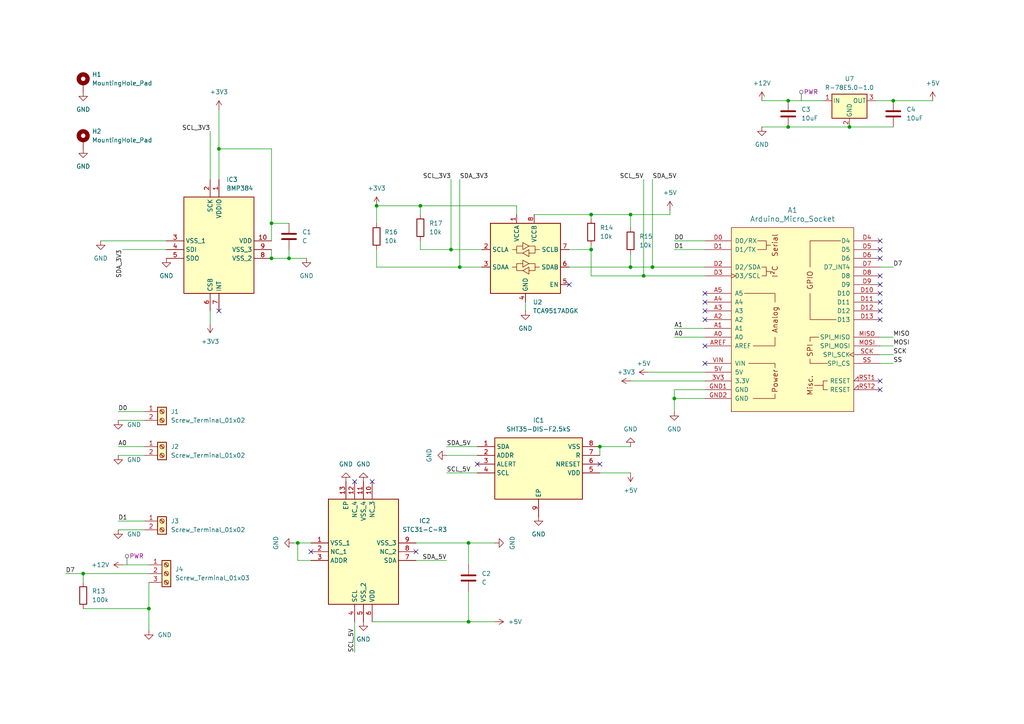
<source format=kicad_sch>
(kicad_sch (version 20250114) (generator "eeschema") (generator_version "9.0")
  (paper "A4")
  (title_block (title "A2SDI12") (date "2024-12-21") (rev "1"))
  (lib_symbols
    (symbol "Bosch:BMP384"
      (property "Reference" "IC" (at 26.67 17.78 0))
      (property "Value" "BMP384" (at 26.67 15.24 0))
      (symbol "BMP384_1_1"
        (rectangle (start 5.08 12.7) (end 25.4 -15.24) (stroke (width 0.254)) (fill (type background)))
        (pin passive line (at 0 0 0) (length 5.08) (name "VSS_1") (number "3"))
        (pin passive line (at 0 -2.54 0) (length 5.08) (name "SDI") (number "4"))
        (pin passive line (at 0 -5.08 0) (length 5.08) (name "SDO") (number "5"))
        (pin passive line (at 12.7 17.78 270) (length 5.08) (name "SCK") (number "2"))
        (pin passive line (at 12.7 -20.32 90) (length 5.08) (name "CSB") (number "6"))
        (pin passive line (at 15.24 17.78 270) (length 5.08) (name "VDDIO") (number "1"))
        (pin passive line (at 15.24 -20.32 90) (length 5.08) (name "INT") (number "7"))
        (pin passive line (at 30.48 0 180) (length 5.08) (name "VDD") (number "10"))
        (pin passive line (at 30.48 -2.54 180) (length 5.08) (name "VSS_3") (number "9"))
        (pin passive line (at 30.48 -5.08 180) (length 5.08) (name "VSS_2") (number "8"))
      )
    )
    (symbol "Connector:Screw_Terminal_01x02" (pin_names (offset 1.016) (hide yes))
      (property "Reference" "J" (at 0 2.54 0))
      (property "Value" "Screw_Terminal_01x02" (at 0 -5.08 0))
      (symbol "Screw_Terminal_01x02_1_1"
        (rectangle (start -1.27 1.27) (end 1.27 -3.81) (stroke (width 0.254)) (fill (type background)))
        (polyline (pts (xy -0.5334 0.3302) (xy 0.3302 -0.508)) (stroke (width 0.1524)))
        (polyline (pts (xy -0.5334 -2.2098) (xy 0.3302 -3.048)) (stroke (width 0.1524)))
        (polyline (pts (xy -0.3556 0.508) (xy 0.508 -0.3302)) (stroke (width 0.1524)))
        (polyline (pts (xy -0.3556 -2.032) (xy 0.508 -2.8702)) (stroke (width 0.1524)))
        (circle (center 0 0) (radius 0.635) (stroke (width 0.1524)))
        (circle (center 0 -2.54) (radius 0.635) (stroke (width 0.1524)))
        (pin passive line (at -5.08 0 0) (length 3.81) (name "Pin_1") (number "1"))
        (pin passive line (at -5.08 -2.54 0) (length 3.81) (name "Pin_2") (number "2"))
      )
    )
    (symbol "Connector:Screw_Terminal_01x03" (pin_names (offset 1.016) (hide yes))
      (property "Reference" "J" (at 0 5.08 0))
      (property "Value" "Screw_Terminal_01x03" (at 0 -5.08 0))
      (symbol "Screw_Terminal_01x03_1_1"
        (rectangle (start -1.27 3.81) (end 1.27 -3.81) (stroke (width 0.254)) (fill (type background)))
        (polyline (pts (xy -0.5334 2.8702) (xy 0.3302 2.032)) (stroke (width 0.1524)))
        (polyline (pts (xy -0.5334 0.3302) (xy 0.3302 -0.508)) (stroke (width 0.1524)))
        (polyline (pts (xy -0.5334 -2.2098) (xy 0.3302 -3.048)) (stroke (width 0.1524)))
        (polyline (pts (xy -0.3556 3.048) (xy 0.508 2.2098)) (stroke (width 0.1524)))
        (polyline (pts (xy -0.3556 0.508) (xy 0.508 -0.3302)) (stroke (width 0.1524)))
        (polyline (pts (xy -0.3556 -2.032) (xy 0.508 -2.8702)) (stroke (width 0.1524)))
        (circle (center 0 2.54) (radius 0.635) (stroke (width 0.1524)))
        (circle (center 0 0) (radius 0.635) (stroke (width 0.1524)))
        (circle (center 0 -2.54) (radius 0.635) (stroke (width 0.1524)))
        (pin passive line (at -5.08 2.54 0) (length 3.81) (name "Pin_1") (number "1"))
        (pin passive line (at -5.08 0 0) (length 3.81) (name "Pin_2") (number "2"))
        (pin passive line (at -5.08 -2.54 0) (length 3.81) (name "Pin_3") (number "3"))
      )
    )
    (symbol "Device:C" (pin_numbers (hide yes)) (pin_names (offset 0.254))
      (property "Reference" "C" (at 0.635 2.54 0))
      (property "Value" "C" (at 0.635 -2.54 0))
      (symbol "C_0_1"
        (polyline (pts (xy -2.032 0.762) (xy 2.032 0.762)) (stroke (width 0.508)))
        (polyline (pts (xy -2.032 -0.762) (xy 2.032 -0.762)) (stroke (width 0.508)))
      )
      (symbol "C_1_1"
        (pin passive line (at 0 3.81 270) (length 2.794) (name "~") (number "1"))
        (pin passive line (at 0 -3.81 90) (length 2.794) (name "~") (number "2"))
      )
    )
    (symbol "Device:R" (pin_numbers (hide yes)) (pin_names (offset 0))
      (property "Reference" "R" (at 2.032 0 90))
      (property "Value" "R" (at 0 0 90))
      (symbol "R_0_1"
        (rectangle (start -1.016 -2.54) (end 1.016 2.54) (stroke (width 0.254)))
      )
      (symbol "R_1_1"
        (pin passive line (at 0 3.81 270) (length 1.27) (name "~") (number "1"))
        (pin passive line (at 0 -3.81 90) (length 1.27) (name "~") (number "2"))
      )
    )
    (symbol "Logic_LevelTranslator:TCA9517ADGK"
      (property "Reference" "U" (at -10.16 11.43 0))
      (property "Value" "TCA9517ADGK" (at 1.27 -11.43 0))
      (symbol "TCA9517ADGK_1_1"
        (rectangle (start -10.16 10.16) (end 10.16 -10.16) (stroke (width 0.254)) (fill (type background)))
        (polyline (pts (xy -2.54 2.54) (xy -2.54 3.556) (xy -0.762 3.556)))
        (polyline (pts (xy -2.54 -2.54) (xy -2.54 -1.524) (xy -0.762 -1.524)))
        (polyline (pts (xy -0.762 2.54) (xy -0.762 4.572) (xy 1.016 3.556) (xy -0.762 2.54)))
        (polyline (pts (xy -0.762 1.524) (xy -2.54 1.524) (xy -2.54 2.54) (xy -3.81 2.54)))
        (polyline (pts (xy -0.762 -2.54) (xy -0.762 -0.508) (xy 1.016 -1.524) (xy -0.762 -2.54)))
        (polyline (pts (xy -0.762 -3.556) (xy -2.54 -3.556) (xy -2.54 -2.54) (xy -3.81 -2.54)))
        (polyline (pts (xy 1.016 3.556) (xy 2.794 3.556) (xy 2.794 2.54) (xy 4.064 2.54)))
        (polyline (pts (xy 1.016 2.54) (xy 1.016 0.762) (xy 1.016 0.508) (xy -0.762 1.524) (xy 1.016 2.54)))
        (polyline (pts (xy 1.016 -1.524) (xy 2.794 -1.524) (xy 2.794 -2.54) (xy 4.064 -2.54)))
        (polyline (pts (xy 1.016 -2.54) (xy 1.016 -4.318) (xy 1.016 -4.572) (xy -0.762 -3.556) (xy 1.016 -2.54)))
        (polyline (pts (xy 2.794 2.54) (xy 2.794 1.524) (xy 1.016 1.524)))
        (polyline (pts (xy 2.794 -2.54) (xy 2.794 -3.556) (xy 1.016 -3.556)))
        (pin bidirectional line (at -12.7 2.54 0) (length 2.54) (name "SCLA") (number "2"))
        (pin bidirectional line (at -12.7 -2.54 0) (length 2.54) (name "SDAA") (number "3"))
        (pin power_in line (at -2.54 12.7 270) (length 2.54) (name "VCCA") (number "1"))
        (pin power_in line (at 0 -12.7 90) (length 2.54) (name "GND") (number "4"))
        (pin power_in line (at 2.54 12.7 270) (length 2.54) (name "VCCB") (number "8"))
        (pin bidirectional line (at 12.7 2.54 180) (length 2.54) (name "SCLB") (number "7"))
        (pin bidirectional line (at 12.7 -2.54 180) (length 2.54) (name "SDAB") (number "6"))
        (pin passive line (at 12.7 -7.62 180) (length 2.54) (name "EN") (number "5"))
      )
    )
    (symbol "Mechanical:MountingHole_Pad" (pin_numbers (hide yes)) (pin_names (offset 1.016) (hide yes)) (in_bom no)
      (property "Reference" "H" (at 0 6.35 0))
      (property "Value" "MountingHole_Pad" (at 0 4.445 0))
      (symbol "MountingHole_Pad_0_1"
        (circle (center 0 1.27) (radius 1.27) (stroke (width 1.27)))
      )
      (symbol "MountingHole_Pad_1_1"
        (pin input line (at 0 -2.54 90) (length 2.54) (name "1") (number "1"))
      )
    )
    (symbol "PCM_arduino-library:Arduino_Micro_Socket" (pin_names (offset 1.016))
      (property "Reference" "A" (at 0 33.02 0))
      (property "Value" "Arduino_Micro_Socket" (at 0 29.21 0))
      (symbol "Arduino_Micro_Socket_0_0"
        (rectangle (start -17.78 26.67) (end 17.78 -26.67) (fill (type background)))
        (polyline (pts (xy -11.43 -22.86) (xy -5.08 -22.86) (xy -5.08 -21.59)))
        (polyline (pts (xy -10.16 22.86) (xy -7.62 22.86) (xy -7.62 20.32) (xy -10.16 20.32)))
        (polyline (pts (xy -8.89 15.24) (xy -7.62 15.24) (xy -7.62 12.7) (xy -8.89 12.7)))
        (polyline (pts (xy -7.62 21.59) (xy -6.35 21.59)))
        (polyline (pts (xy -7.62 13.97) (xy -6.35 13.97)))
        (polyline (pts (xy -5.08 5.08) (xy -5.08 7.62) (xy -13.97 7.62)))
        (polyline (pts (xy -5.08 -5.08) (xy -5.08 -7.62) (xy -11.43 -7.62)))
        (polyline (pts (xy -5.08 -13.97) (xy -5.08 -12.7) (xy -12.7 -12.7)))
        (polyline (pts (xy 5.08 7.62) (xy 5.08 0) (xy 12.7 0)))
        (polyline (pts (xy 5.08 -11.43) (xy 5.08 -12.7) (xy 10.16 -12.7)))
        (polyline (pts (xy 7.62 -5.08) (xy 5.08 -5.08) (xy 5.08 -6.35)))
        (polyline (pts (xy 8.89 -19.05) (xy 6.35 -19.05)))
        (polyline (pts (xy 13.97 22.86) (xy 5.08 22.86) (xy 5.08 15.24)))
        (text "Serial" (at -5.08 21.59 900) (effects (font (size 1.524 1.524))))
        (text "I²C" (at -5.08 13.97 900) (effects (font (size 1.524 1.524))))
        (text "Analog" (at -5.08 0 900) (effects (font (size 1.524 1.524))))
        (text "Power" (at -5.08 -17.78 900) (effects (font (size 1.524 1.524))))
        (text "SPI" (at 5.08 -8.89 900) (effects (font (size 1.524 1.524))))
        (text "Misc." (at 5.08 -19.05 900) (effects (font (size 1.524 1.524))))
      )
      (symbol "Arduino_Micro_Socket_0_1"
        (polyline (pts (xy 10.16 -17.78) (xy 8.89 -17.78) (xy 8.89 -20.32) (xy 10.16 -20.32)))
      )
      (symbol "Arduino_Micro_Socket_1_0"
        (text "GPIO" (at 5.08 11.43 900) (effects (font (size 1.524 1.524))))
      )
      (symbol "Arduino_Micro_Socket_1_1"
        (pin bidirectional line (at -25.4 22.86 0) (length 7.62) (name "D0/RX") (number "D0"))
        (pin bidirectional line (at -25.4 20.32 0) (length 7.62) (name "D1/TX") (number "D1"))
        (pin bidirectional line (at -25.4 15.24 0) (length 7.62) (name "D2/SDA") (number "D2"))
        (pin bidirectional clock (at -25.4 12.7 0) (length 7.62) (name "D3/SCL") (number "D3"))
        (pin bidirectional line (at -25.4 7.62 0) (length 7.62) (name "A5") (number "A5"))
        (pin bidirectional line (at -25.4 5.08 0) (length 7.62) (name "A4") (number "A4"))
        (pin bidirectional line (at -25.4 2.54 0) (length 7.62) (name "A3") (number "A3"))
        (pin bidirectional line (at -25.4 0 0) (length 7.62) (name "A2") (number "A2"))
        (pin bidirectional line (at -25.4 -2.54 0) (length 7.62) (name "A1") (number "A1"))
        (pin bidirectional line (at -25.4 -5.08 0) (length 7.62) (name "A0") (number "A0"))
        (pin input line (at -25.4 -7.62 0) (length 7.62) (name "AREF") (number "AREF"))
        (pin power_in line (at -25.4 -12.7 0) (length 7.62) (name "VIN") (number "VIN"))
        (pin power_in line (at -25.4 -15.24 0) (length 7.62) (name "5V") (number "5V"))
        (pin power_out line (at -25.4 -17.78 0) (length 7.62) (name "3.3V") (number "3V3"))
        (pin power_in line (at -25.4 -20.32 0) (length 7.62) (name "GND") (number "GND1"))
        (pin power_in line (at -25.4 -22.86 0) (length 7.62) (name "GND") (number "GND2"))
        (pin bidirectional line (at 25.4 22.86 180) (length 7.62) (name "D4") (number "D4"))
        (pin bidirectional line (at 25.4 20.32 180) (length 7.62) (name "D5") (number "D5"))
        (pin bidirectional line (at 25.4 17.78 180) (length 7.62) (name "D6") (number "D6"))
        (pin bidirectional line (at 25.4 15.24 180) (length 7.62) (name "D7_INT4") (number "D7"))
        (pin bidirectional line (at 25.4 12.7 180) (length 7.62) (name "D8") (number "D8"))
        (pin bidirectional line (at 25.4 10.16 180) (length 7.62) (name "D9") (number "D9"))
        (pin bidirectional line (at 25.4 7.62 180) (length 7.62) (name "D10") (number "D10"))
        (pin bidirectional line (at 25.4 5.08 180) (length 7.62) (name "D11") (number "D11"))
        (pin bidirectional line (at 25.4 2.54 180) (length 7.62) (name "D12") (number "D12"))
        (pin bidirectional line (at 25.4 0 180) (length 7.62) (name "D13") (number "D13"))
        (pin input line (at 25.4 -5.08 180) (length 7.62) (name "SPI_MISO") (number "MISO"))
        (pin output line (at 25.4 -7.62 180) (length 7.62) (name "SPI_MOSI") (number "MOSI"))
        (pin output clock (at 25.4 -10.16 180) (length 7.62) (name "SPI_SCK") (number "SCK"))
        (pin bidirectional line (at 25.4 -12.7 180) (length 7.62) (name "SPI_CS") (number "SS"))
        (pin open_collector input_low (at 25.4 -17.78 180) (length 7.62) (name "RESET") (number "RST1"))
        (pin open_collector input_low (at 25.4 -20.32 180) (length 7.62) (name "RESET") (number "RST2"))
      )
    )
    (symbol "Regulator_Switching:R-78E5.0-1.0" (pin_names (offset 0.254))
      (property "Reference" "U" (at -3.81 3.175 0))
      (property "Value" "R-78E5.0-1.0" (at 0 3.175 0))
      (symbol "R-78E5.0-1.0_0_1"
        (rectangle (start -5.08 1.905) (end 5.08 -5.08) (stroke (width 0.254)) (fill (type background)))
      )
      (symbol "R-78E5.0-1.0_1_1"
        (pin power_in line (at -7.62 0 0) (length 2.54) (name "IN") (number "1"))
        (pin power_in line (at 0 -7.62 90) (length 2.54) (name "GND") (number "2"))
        (pin power_out line (at 7.62 0 180) (length 2.54) (name "OUT") (number "3"))
      )
    )
    (symbol "Sensiron:SHT35-DIS-F2.5kS"
      (property "Reference" "IC" (at 31.75 7.62 0))
      (property "Value" "SHT35-DIS-F2.5kS" (at 31.75 5.08 0))
      (symbol "SHT35-DIS-F2.5kS_1_1"
        (rectangle (start 5.08 2.54) (end 30.48 -15.24) (stroke (width 0.254)) (fill (type background)))
        (pin passive line (at 0 0 0) (length 5.08) (name "SDA") (number "1"))
        (pin passive line (at 0 -2.54 0) (length 5.08) (name "ADDR") (number "2"))
        (pin passive line (at 0 -5.08 0) (length 5.08) (name "ALERT") (number "3"))
        (pin passive line (at 0 -7.62 0) (length 5.08) (name "SCL") (number "4"))
        (pin passive line (at 17.78 -20.32 90) (length 5.08) (name "EP") (number "9"))
        (pin passive line (at 35.56 0 180) (length 5.08) (name "VSS") (number "8"))
        (pin passive line (at 35.56 -2.54 180) (length 5.08) (name "R") (number "7"))
        (pin passive line (at 35.56 -5.08 180) (length 5.08) (name "NRESET") (number "6"))
        (pin passive line (at 35.56 -7.62 180) (length 5.08) (name "VDD") (number "5"))
      )
    )
    (symbol "Sensiron:STC31-C-R3"
      (property "Reference" "IC" (at 26.67 17.78 0))
      (property "Value" "STC31-C-R3" (at 26.67 15.24 0))
      (symbol "STC31-C-R3_1_1"
        (rectangle (start 5.08 12.7) (end 25.4 -17.78) (stroke (width 0.254)) (fill (type background)))
        (pin passive line (at 0 0 0) (length 5.08) (name "VSS_1") (number "1"))
        (pin passive line (at 0 -2.54 0) (length 5.08) (name "NC_1") (number "2"))
        (pin passive line (at 0 -5.08 0) (length 5.08) (name "ADDR") (number "3"))
        (pin passive line (at 10.16 17.78 270) (length 5.08) (name "EP") (number "13"))
        (pin passive line (at 12.7 17.78 270) (length 5.08) (name "NC_4") (number "12"))
        (pin passive line (at 12.7 -22.86 90) (length 5.08) (name "SCL") (number "4"))
        (pin passive line (at 15.24 17.78 270) (length 5.08) (name "VSS_4") (number "11"))
        (pin passive line (at 15.24 -22.86 90) (length 5.08) (name "VSS_2") (number "5"))
        (pin passive line (at 17.78 17.78 270) (length 5.08) (name "NC_3") (number "10"))
        (pin passive line (at 17.78 -22.86 90) (length 5.08) (name "VDD") (number "6"))
        (pin passive line (at 30.48 0 180) (length 5.08) (name "VSS_3") (number "9"))
        (pin passive line (at 30.48 -2.54 180) (length 5.08) (name "NC_2") (number "8"))
        (pin passive line (at 30.48 -5.08 180) (length 5.08) (name "SDA") (number "7"))
      )
    )
    (symbol "power:+12V" (power) (pin_numbers (hide yes)) (pin_names (offset 0) (hide yes))
      (property "Value" "+12V" (at 0 3.556 0))
      (symbol "+12V_0_1"
        (polyline (pts (xy -0.762 1.27) (xy 0 2.54)))
        (polyline (pts (xy 0 2.54) (xy 0.762 1.27)))
        (polyline (pts (xy 0 0) (xy 0 2.54)))
      )
      (symbol "+12V_1_1"
        (pin power_in line (at 0 0 90) (length 0) (name "~") (number "1"))
      )
    )
    (symbol "power:+3V3" (power) (pin_numbers (hide yes)) (pin_names (offset 0) (hide yes))
      (property "Value" "+3V3" (at 0 3.556 0))
      (symbol "+3V3_0_1"
        (polyline (pts (xy -0.762 1.27) (xy 0 2.54)))
        (polyline (pts (xy 0 2.54) (xy 0.762 1.27)))
        (polyline (pts (xy 0 0) (xy 0 2.54)))
      )
      (symbol "+3V3_1_1"
        (pin power_in line (at 0 0 90) (length 0) (name "~") (number "1"))
      )
    )
    (symbol "power:+5V" (power) (pin_numbers (hide yes)) (pin_names (offset 0) (hide yes))
      (property "Value" "+5V" (at 0 3.556 0))
      (symbol "+5V_0_1"
        (polyline (pts (xy -0.762 1.27) (xy 0 2.54)))
        (polyline (pts (xy 0 2.54) (xy 0.762 1.27)))
        (polyline (pts (xy 0 0) (xy 0 2.54)))
      )
      (symbol "+5V_1_1"
        (pin power_in line (at 0 0 90) (length 0) (name "~") (number "1"))
      )
    )
    (symbol "power:GND" (power) (pin_numbers (hide yes)) (pin_names (offset 0) (hide yes))
      (property "Value" "GND" (at 0 -3.81 0))
      (symbol "GND_0_1"
        (polyline (pts (xy 0 0) (xy 0 -1.27) (xy 1.27 -1.27) (xy 0 -2.54) (xy -1.27 -1.27) (xy 0 -1.27)))
      )
      (symbol "GND_1_1"
        (pin power_in line (at 0 0 270) (length 0) (name "~") (number "1"))
      )
    )
  )
  (junction (at 186.69 80.01))
  (junction (at 135.89 157.48))
  (junction (at 63.5 43.18))
  (junction (at 189.23 77.47))
  (junction (at 259.08 29.21))
  (junction (at 171.45 62.23))
  (junction (at 109.22 59.69))
  (junction (at 133.35 77.47))
  (junction (at 171.45 72.39))
  (junction (at 86.36 157.48))
  (junction (at 121.92 59.69))
  (junction (at 83.82 74.93))
  (junction (at 228.6 36.83))
  (junction (at 130.81 72.39))
  (junction (at 195.58 115.57))
  (junction (at 246.38 36.83))
  (junction (at 228.6 29.21))
  (junction (at 24.13 166.37))
  (junction (at 43.18 176.53))
  (junction (at 135.89 180.34))
  (junction (at 78.74 74.93))
  (junction (at 182.88 62.23))
  (junction (at 173.99 129.54))
  (junction (at 182.88 77.47))
  (junction (at 78.74 64.77))
  (no_connect (at 255.27 87.63))
  (no_connect (at 204.47 92.71))
  (no_connect (at 204.47 90.17))
  (no_connect (at 107.95 139.7))
  (no_connect (at 255.27 80.01))
  (no_connect (at 138.43 134.62))
  (no_connect (at 255.27 92.71))
  (no_connect (at 255.27 85.09))
  (no_connect (at 204.47 85.09))
  (no_connect (at 255.27 69.85))
  (no_connect (at 204.47 87.63))
  (no_connect (at 255.27 72.39))
  (no_connect (at 204.47 105.41))
  (no_connect (at 157.48 -3.81))
  (no_connect (at 255.27 113.03))
  (no_connect (at 102.87 139.7))
  (no_connect (at 204.47 100.33))
  (no_connect (at 165.1 82.55))
  (no_connect (at 90.17 160.02))
  (no_connect (at 255.27 90.17))
  (no_connect (at 63.5 90.17))
  (no_connect (at 255.27 82.55))
  (no_connect (at 173.99 134.62))
  (no_connect (at 255.27 74.93))
  (no_connect (at 120.65 160.02))
  (no_connect (at 255.27 110.49))
  (wire (pts (xy 121.92 72.39) (xy 130.81 72.39)))
  (wire (pts (xy 24.13 166.37) (xy 43.18 166.37)))
  (wire (pts (xy 130.81 52.07) (xy 130.81 72.39)))
  (wire (pts (xy 171.45 62.23) (xy 154.94 62.23)))
  (wire (pts (xy 34.29 151.13) (xy 41.91 151.13)))
  (wire (pts (xy 195.58 115.57) (xy 204.47 115.57)))
  (wire (pts (xy 34.29 153.67) (xy 41.91 153.67)))
  (wire (pts (xy 88.9 74.93) (xy 83.82 74.93)))
  (wire (pts (xy 83.82 72.39) (xy 83.82 74.93)))
  (wire (pts (xy 129.54 132.08) (xy 138.43 132.08)))
  (wire (pts (xy 86.36 162.56) (xy 86.36 157.48)))
  (wire (pts (xy 246.38 36.83) (xy 259.08 36.83)))
  (wire (pts (xy 195.58 113.03) (xy 195.58 115.57)))
  (wire (pts (xy 259.08 77.47) (xy 255.27 77.47)))
  (wire (pts (xy 195.58 115.57) (xy 195.58 119.38)))
  (wire (pts (xy 165.1 77.47) (xy 182.88 77.47)))
  (wire (pts (xy 34.29 121.92) (xy 41.91 121.92)))
  (wire (pts (xy 195.58 113.03) (xy 204.47 113.03)))
  (wire (pts (xy 121.92 69.85) (xy 121.92 72.39)))
  (wire (pts (xy 133.35 77.47) (xy 139.7 77.47)))
  (wire (pts (xy 182.88 110.49) (xy 204.47 110.49)))
  (wire (pts (xy 78.74 43.18) (xy 78.74 64.77)))
  (wire (pts (xy 135.89 157.48) (xy 120.65 157.48)))
  (wire (pts (xy 259.08 97.79) (xy 255.27 97.79)))
  (wire (pts (xy 109.22 77.47) (xy 133.35 77.47)))
  (wire (pts (xy 189.23 77.47) (xy 204.47 77.47)))
  (wire (pts (xy 90.17 162.56) (xy 86.36 162.56)))
  (wire (pts (xy 173.99 137.16) (xy 182.88 137.16)))
  (wire (pts (xy 63.5 43.18) (xy 78.74 43.18)))
  (wire (pts (xy 121.92 59.69) (xy 149.86 59.69)))
  (wire (pts (xy 86.36 157.48) (xy 90.17 157.48)))
  (wire (pts (xy 109.22 72.39) (xy 109.22 77.47)))
  (wire (pts (xy 194.31 62.23) (xy 182.88 62.23)))
  (wire (pts (xy 107.95 180.34) (xy 135.89 180.34)))
  (wire (pts (xy 83.82 74.93) (xy 78.74 74.93)))
  (wire (pts (xy 228.6 36.83) (xy 246.38 36.83)))
  (wire (pts (xy 102.87 189.23) (xy 102.87 180.34)))
  (wire (pts (xy 43.18 176.53) (xy 43.18 168.91)))
  (wire (pts (xy 130.81 72.39) (xy 139.7 72.39)))
  (wire (pts (xy 186.69 52.07) (xy 186.69 80.01)))
  (wire (pts (xy 129.54 129.54) (xy 138.43 129.54)))
  (wire (pts (xy 152.4 87.63) (xy 152.4 90.17)))
  (wire (pts (xy 24.13 176.53) (xy 43.18 176.53)))
  (wire (pts (xy 78.74 64.77) (xy 78.74 69.85)))
  (wire (pts (xy 35.56 163.83) (xy 43.18 163.83)))
  (wire (pts (xy 78.74 72.39) (xy 78.74 74.93)))
  (wire (pts (xy 85.09 157.48) (xy 86.36 157.48)))
  (wire (pts (xy 29.21 69.85) (xy 48.26 69.85)))
  (wire (pts (xy 109.22 64.77) (xy 109.22 59.69)))
  (wire (pts (xy 63.5 31.75) (xy 63.5 43.18)))
  (wire (pts (xy 143.51 157.48) (xy 135.89 157.48)))
  (wire (pts (xy 194.31 62.23) (xy 194.31 60.96)))
  (wire (pts (xy 135.89 157.48) (xy 135.89 163.83)))
  (wire (pts (xy 195.58 72.39) (xy 204.47 72.39)))
  (wire (pts (xy 63.5 43.18) (xy 63.5 52.07)))
  (wire (pts (xy 34.29 132.08) (xy 41.91 132.08)))
  (wire (pts (xy 259.08 100.33) (xy 255.27 100.33)))
  (wire (pts (xy 34.29 129.54) (xy 41.91 129.54)))
  (wire (pts (xy 195.58 95.25) (xy 204.47 95.25)))
  (wire (pts (xy 60.96 90.17) (xy 60.96 93.98)))
  (wire (pts (xy 187.96 107.95) (xy 204.47 107.95)))
  (wire (pts (xy 195.58 69.85) (xy 204.47 69.85)))
  (wire (pts (xy 135.89 171.45) (xy 135.89 180.34)))
  (wire (pts (xy 171.45 71.12) (xy 171.45 72.39)))
  (wire (pts (xy 182.88 62.23) (xy 182.88 66.04)))
  (wire (pts (xy 60.96 38.1) (xy 60.96 52.07)))
  (wire (pts (xy 24.13 166.37) (xy 24.13 168.91)))
  (wire (pts (xy 133.35 52.07) (xy 133.35 77.47)))
  (wire (pts (xy 195.58 97.79) (xy 204.47 97.79)))
  (wire (pts (xy 182.88 62.23) (xy 171.45 62.23)))
  (wire (pts (xy 182.88 77.47) (xy 189.23 77.47)))
  (wire (pts (xy 182.88 73.66) (xy 182.88 77.47)))
  (wire (pts (xy 19.05 166.37) (xy 24.13 166.37)))
  (wire (pts (xy 228.6 29.21) (xy 238.76 29.21)))
  (wire (pts (xy 173.99 129.54) (xy 182.88 129.54)))
  (wire (pts (xy 83.82 64.77) (xy 78.74 64.77)))
  (wire (pts (xy 43.18 182.88) (xy 43.18 176.53)))
  (wire (pts (xy 189.23 52.07) (xy 189.23 77.47)))
  (wire (pts (xy 129.54 137.16) (xy 138.43 137.16)))
  (wire (pts (xy 259.08 105.41) (xy 255.27 105.41)))
  (wire (pts (xy 173.99 129.54) (xy 173.99 132.08)))
  (wire (pts (xy 220.98 29.21) (xy 228.6 29.21)))
  (wire (pts (xy 149.86 59.69) (xy 149.86 62.23)))
  (wire (pts (xy 165.1 72.39) (xy 171.45 72.39)))
  (wire (pts (xy 34.29 119.38) (xy 41.91 119.38)))
  (wire (pts (xy 186.69 80.01) (xy 204.47 80.01)))
  (wire (pts (xy 120.65 162.56) (xy 129.54 162.56)))
  (wire (pts (xy 220.98 36.83) (xy 228.6 36.83)))
  (wire (pts (xy 35.56 72.39) (xy 48.26 72.39)))
  (wire (pts (xy 254 29.21) (xy 259.08 29.21)))
  (wire (pts (xy 171.45 80.01) (xy 171.45 72.39)))
  (wire (pts (xy 121.92 59.69) (xy 121.92 62.23)))
  (wire (pts (xy 171.45 80.01) (xy 186.69 80.01)))
  (wire (pts (xy 259.08 29.21) (xy 270.51 29.21)))
  (wire (pts (xy 259.08 102.87) (xy 255.27 102.87)))
  (wire (pts (xy 109.22 59.69) (xy 121.92 59.69)))
  (wire (pts (xy 135.89 180.34) (xy 143.51 180.34)))
  (wire (pts (xy 171.45 62.23) (xy 171.45 63.5)))
  (label "SDA_3V3" (at 133.35 52.07 0))
  (label "A1" (at 195.58 95.25 0))
  (label "SDA_5V" (at 189.23 52.07 0))
  (label "MOSI" (at 259.08 100.33 0))
  (label "D1" (at 195.58 72.39 0))
  (label "D1" (at 34.29 151.13 0))
  (label "D7" (at 259.08 77.47 0))
  (label "A0" (at 195.58 97.79 0))
  (label "SCK" (at 259.08 102.87 0))
  (label "SCL_3V3" (at 130.81 52.07 180))
  (label "SCL_5V" (at 186.69 52.07 180))
  (label "SDA_5V" (at 129.54 129.54 0))
  (label "A0" (at 34.29 129.54 0))
  (label "SDA_5V" (at 129.54 162.56 180))
  (label "D0" (at 34.29 119.38 0))
  (label "SCL_5V" (at 102.87 189.23 90))
  (label "SCL_5V" (at 129.54 137.16 0))
  (label "SCL_3V3" (at 60.96 38.1 180))
  (label "SS" (at 259.08 105.41 0))
  (label "D0" (at 195.58 69.85 0))
  (label "MISO" (at 259.08 97.79 0))
  (label "SDA_3V3" (at 35.56 72.39 270))
  (label "D7" (at 19.05 166.37 0))
  (netclass_flag "" (length 2.54) (shape round) (at 36.83 163.83 0) (property "Netclass" "PWR" (at 37.5285 161.29 0) (effects (justify left))))
  (netclass_flag "" (length 2.54) (shape round) (at 232.41 29.21 0) (property "Netclass" "PWR" (at 233.1085 26.67 0) (effects (justify left))))
  (symbol (lib_id "power:+5V") (at 194.31 60.96 0) (unit 1)
    (property "Reference" "#PWR013" (effects (hide yes)))
    (property "Value" "+5V" (at 194.31 55.88 0))
    (property "Description" "Power symbol creates a global label with name \"+5V\"" (effects (hide yes)))
  )
  (symbol (lib_id "power:GND") (at 34.29 132.08 0) (unit 1)
    (property "Reference" "#PWR018" (effects (hide yes)))
    (property "Value" "GND" (at 36.83 133.3499 0) (effects (justify left)))
    (property "Description" "Power symbol creates a global label with name \"GND\" , ground" (effects (hide yes)))
  )
  (symbol (lib_id "Mechanical:MountingHole_Pad") (at 24.13 40.64 0) (unit 1) (in_bom no)
    (property "Reference" "H2" (at 26.67 38.0999 0) (effects (justify left)))
    (property "Value" "MountingHole_Pad" (at 26.67 40.6399 0) (effects (justify left)))
    (property "Footprint" "MountingHole:MountingHole_3.5mm_Pad" (effects (hide yes)))
    (property "Description" "Mounting Hole with connection" (effects (hide yes)))
  )
  (symbol (lib_id "power:+3V3") (at 109.22 59.69 0) (unit 1)
    (property "Reference" "#PWR015" (effects (hide yes)))
    (property "Value" "+3V3" (at 109.22 54.61 0))
    (property "Description" "Power symbol creates a global label with name \"+3V3\"" (effects (hide yes)))
  )
  (symbol (lib_id "Logic_LevelTranslator:TCA9517ADGK") (at 152.4 74.93 0) (unit 1)
    (property "Reference" "U2" (at 154.5433 87.63 0) (effects (justify left)))
    (property "Value" "TCA9517ADGK" (at 154.5433 90.17 0) (effects (justify left)))
    (property "Footprint" "Package_SO:VSSOP-8_3x3mm_P0.65mm" (effects (hide yes)))
    (property "Datasheet" "https://www.ti.com/lit/ds/symlink/tca9517a.pdf" (effects (hide yes)))
    (property "Description" "Level-Translating I2C Bus Buffer/Repeater, VSSOP-8" (effects (hide yes)))
    (property "MPN" "TCA9517ADGKR" (effects (hide yes)))
  )
  (symbol (lib_id "power:+3V3") (at 60.96 93.98 180) (unit 1)
    (property "Reference" "#PWR031" (effects (hide yes)))
    (property "Value" "+3V3" (at 60.96 99.06 0))
    (property "Description" "Power symbol creates a global label with name \"+3V3\"" (effects (hide yes)))
  )
  (symbol (lib_id "power:+12V") (at 35.56 163.83 90) (unit 1)
    (property "Reference" "#PWR024" (effects (hide yes)))
    (property "Value" "+12V" (at 31.75 163.8299 90) (effects (justify left)))
    (property "Description" "Power symbol creates a global label with name \"+12V\"" (effects (hide yes)))
  )
  (symbol (lib_id "power:+5V") (at 143.51 180.34 270) (unit 1)
    (property "Reference" "#PWR030" (effects (hide yes)))
    (property "Value" "+5V" (at 147.32 180.3399 90) (effects (justify left)))
    (property "Description" "Power symbol creates a global label with name \"+5V\"" (effects (hide yes)))
  )
  (symbol (lib_id "Device:C") (at 228.6 33.02 0) (unit 1)
    (property "Reference" "C3" (at 232.41 31.7499 0) (effects (justify left)))
    (property "Value" "10uF" (at 232.41 34.2899 0) (effects (justify left)))
    (property "Footprint" "Capacitor_SMD:C_1206_3216Metric" (effects (hide yes)))
    (property "Description" "Unpolarized capacitor" (effects (hide yes)))
    (property "MPN" "10uF 16V 1206" (effects (hide yes)))
  )
  (symbol (lib_id "power:GND") (at 156.21 149.86 0) (unit 1)
    (property "Reference" "#PWR021" (effects (hide yes)))
    (property "Value" "GND" (at 156.21 154.94 0))
    (property "Description" "Power symbol creates a global label with name \"GND\" , ground" (effects (hide yes)))
  )
  (symbol (lib_id "power:GND") (at 129.54 132.08 270) (unit 1)
    (property "Reference" "#PWR020" (effects (hide yes)))
    (property "Value" "GND" (at 124.46 132.08 0))
    (property "Description" "Power symbol creates a global label with name \"GND\" , ground" (effects (hide yes)))
  )
  (symbol (lib_id "Device:R") (at 182.88 69.85 180) (unit 1)
    (property "Reference" "R15" (at 185.42 68.5799 0) (effects (justify right)))
    (property "Value" "10k" (at 185.42 71.1199 0) (effects (justify right)))
    (property "Footprint" "Resistor_SMD:R_0805_2012Metric" (effects (hide yes)))
    (property "Description" "Resistor" (effects (hide yes)))
    (property "MPN" "10k" (effects (hide yes)))
  )
  (symbol (lib_id "power:GND") (at 85.09 157.48 270) (unit 1)
    (property "Reference" "#PWR026" (effects (hide yes)))
    (property "Value" "GND" (at 80.01 157.48 0))
    (property "Description" "Power symbol creates a global label with name \"GND\" , ground" (effects (hide yes)))
  )
  (symbol (lib_id "power:GND") (at 105.41 180.34 0) (unit 1)
    (property "Reference" "#PWR029" (effects (hide yes)))
    (property "Value" "GND" (at 105.41 185.42 0))
    (property "Description" "Power symbol creates a global label with name \"GND\" , ground" (effects (hide yes)))
  )
  (symbol (lib_id "power:GND") (at 29.21 69.85 0) (unit 1)
    (property "Reference" "#PWR09" (effects (hide yes)))
    (property "Value" "GND" (at 29.21 74.93 0))
    (property "Description" "Power symbol creates a global label with name \"GND\" , ground" (effects (hide yes)))
  )
  (symbol (lib_id "Device:R") (at 24.13 172.72 180) (unit 1)
    (property "Reference" "R13" (at 26.67 171.4499 0) (effects (justify right)))
    (property "Value" "100k" (at 26.67 173.9899 0) (effects (justify right)))
    (property "Footprint" "Resistor_SMD:R_0805_2012Metric" (effects (hide yes)))
    (property "Description" "Resistor" (effects (hide yes)))
    (property "MPN" "100k" (effects (hide yes)))
  )
  (symbol (lib_id "Device:C") (at 259.08 33.02 0) (unit 1)
    (property "Reference" "C4" (at 262.89 31.7499 0) (effects (justify left)))
    (property "Value" "10uF" (at 262.89 34.2899 0) (effects (justify left)))
    (property "Footprint" "Capacitor_SMD:C_0805_2012Metric" (effects (hide yes)))
    (property "Description" "Unpolarized capacitor" (effects (hide yes)))
    (property "MPN" "10uF 6.3V 0805" (effects (hide yes)))
  )
  (symbol (lib_id "Bosch:BMP384") (at 48.26 69.85 0) (unit 1)
    (property "Reference" "IC3" (at 65.6433 52.07 0) (effects (justify left)))
    (property "Value" "BMP384" (at 65.6433 54.61 0) (effects (justify left)))
    (property "Footprint" "footprints:BMP384" (effects (hide yes)))
    (property "Datasheet" "https://www.mouser.in/datasheet/2/783/bst_bmp384_ds003-1954011.pdf" (effects (hide yes)))
    (property "Description" "Board Mount Pressure Sensors Absolute Pressure Sensor" (effects (hide yes)))
    (property "Height" "1" (effects (hide yes)))
    (property "Mouser Part Number" "262-BMP384" (effects (hide yes)))
    (property "Mouser Price/Stock" "https://www.mouser.co.uk/ProductDetail/Bosch-Sensortec/BMP384?qs=IS%252B4QmGtzzqB3KCclqIEVQ%3D%3D" (effects (hide yes)))
    (property "Manufacturer_Name" "BOSCH" (effects (hide yes)))
    (property "Manufacturer_Part_Number" "BMP384" (effects (hide yes)))
  )
  (symbol (lib_id "power:GND") (at 105.41 139.7 180) (unit 1)
    (property "Reference" "#PWR028" (effects (hide yes)))
    (property "Value" "GND" (at 105.41 134.62 0))
    (property "Description" "Power symbol creates a global label with name \"GND\" , ground" (effects (hide yes)))
  )
  (symbol (lib_id "Sensiron:SHT35-DIS-F2.5kS") (at 138.43 129.54 0) (unit 1)
    (property "Reference" "IC1" (at 156.21 121.92 0))
    (property "Value" "SHT35-DIS-F2.5kS" (at 156.21 124.46 0))
    (property "Footprint" "footprints:SON50P250X250X100-9N-D" (effects (hide yes)))
    (property "Datasheet" "https://componentsearchengine.com/Datasheets/1/SHT35-DIS-F2.5kS.pdf" (effects (hide yes)))
    (property "Description" "Board Mount Humidity Sensors SHT3x Humidity and Temperature Sensor" (effects (hide yes)))
    (property "Height" "1" (effects (hide yes)))
    (property "Mouser Part Number" "403-SHT35-DIS-F" (effects (hide yes)))
    (property "Mouser Price/Stock" "https://www.mouser.co.uk/ProductDetail/Sensirion/SHT35-DIS-F2.5kS?qs=SiS427jF8nOlr8P7g5GiOw%3D%3D" (effects (hide yes)))
    (property "Manufacturer_Name" "Sensirion" (effects (hide yes)))
    (property "Manufacturer_Part_Number" "SHT35-DIS-F2.5kS" (effects (hide yes)))
  )
  (symbol (lib_id "PCM_arduino-library:Arduino_Micro_Socket") (at 229.87 92.71 0) (unit 1)
    (property "Reference" "A1" (at 229.87 60.96 0) (effects (font (size 1.524 1.524))))
    (property "Value" "Arduino_Micro_Socket" (at 229.87 63.5 0) (effects (font (size 1.524 1.524))))
    (property "Footprint" "footprints:Arduino_Micro_Socket" (effects (hide yes)))
    (property "Datasheet" "https://docs.arduino.cc/hardware/micro" (effects (hide yes)))
    (property "Description" "Socket for Arduino Micro" (effects (hide yes)))
  )
  (symbol (lib_id "Connector:Screw_Terminal_01x02") (at 46.99 119.38 0) (unit 1)
    (property "Reference" "J1" (at 49.53 119.3799 0) (effects (justify left)))
    (property "Value" "Screw_Terminal_01x02" (at 49.53 121.9199 0) (effects (justify left)))
    (property "Footprint" "TerminalBlock_Phoenix:TerminalBlock_Phoenix_PT-1,5-2-3.5-H_1x02_P3.50mm_Horizontal" (effects (hide yes)))
    (property "Description" "Generic screw terminal, single row, 01x02, script generated (kicad-library-utils/schlib/autogen/connector/)" (effects (hide yes)))
    (property "MPN" "1984617" (effects (hide yes)))
  )
  (symbol (lib_id "power:GND") (at 182.88 129.54 180) (unit 1)
    (property "Reference" "#PWR010" (effects (hide yes)))
    (property "Value" "GND" (at 182.88 124.46 0))
    (property "Description" "Power symbol creates a global label with name \"GND\" , ground" (effects (hide yes)))
  )
  (symbol (lib_id "power:+3V3") (at 182.88 110.49 90) (unit 1)
    (property "Reference" "#PWR011" (effects (hide yes)))
    (property "Value" "+3V3" (at 181.61 107.95 90))
    (property "Description" "Power symbol creates a global label with name \"+3V3\"" (effects (hide yes)))
  )
  (symbol (lib_id "power:GND") (at 143.51 157.48 90) (unit 1)
    (property "Reference" "#PWR027" (effects (hide yes)))
    (property "Value" "GND" (at 148.59 157.48 0))
    (property "Description" "Power symbol creates a global label with name \"GND\" , ground" (effects (hide yes)))
  )
  (symbol (lib_id "Connector:Screw_Terminal_01x02") (at 46.99 151.13 0) (unit 1)
    (property "Reference" "J3" (at 49.53 151.1299 0) (effects (justify left)))
    (property "Value" "Screw_Terminal_01x02" (at 49.53 153.6699 0) (effects (justify left)))
    (property "Footprint" "TerminalBlock_Phoenix:TerminalBlock_Phoenix_PT-1,5-2-3.5-H_1x02_P3.50mm_Horizontal" (effects (hide yes)))
    (property "Description" "Generic screw terminal, single row, 01x02, script generated (kicad-library-utils/schlib/autogen/connector/)" (effects (hide yes)))
    (property "MPN" "1984617" (effects (hide yes)))
  )
  (symbol (lib_id "Connector:Screw_Terminal_01x03") (at 48.26 166.37 0) (unit 1)
    (property "Reference" "J4" (at 50.8 165.0999 0) (effects (justify left)))
    (property "Value" "Screw_Terminal_01x03" (at 50.8 167.6399 0) (effects (justify left)))
    (property "Footprint" "TerminalBlock_Phoenix:TerminalBlock_Phoenix_PT-1,5-3-3.5-H_1x03_P3.50mm_Horizontal" (effects (hide yes)))
    (property "Description" "Generic screw terminal, single row, 01x03, script generated (kicad-library-utils/schlib/autogen/connector/)" (effects (hide yes)))
    (property "MPN" "1984620" (effects (hide yes)))
  )
  (symbol (lib_id "power:GND") (at 195.58 119.38 0) (unit 1)
    (property "Reference" "#PWR07" (effects (hide yes)))
    (property "Value" "GND" (at 195.58 124.46 0))
    (property "Description" "Power symbol creates a global label with name \"GND\" , ground" (effects (hide yes)))
  )
  (symbol (lib_id "power:+5V") (at 187.96 107.95 90) (unit 1)
    (property "Reference" "#PWR01" (effects (hide yes)))
    (property "Value" "+5V" (at 186.69 105.41 90))
    (property "Description" "Power symbol creates a global label with name \"+5V\"" (effects (hide yes)))
  )
  (symbol (lib_id "power:GND") (at 220.98 36.83 0) (unit 1)
    (property "Reference" "#PWR034" (effects (hide yes)))
    (property "Value" "GND" (at 220.98 41.91 0))
    (property "Description" "Power symbol creates a global label with name \"GND\" , ground" (effects (hide yes)))
  )
  (symbol (lib_id "power:GND") (at 24.13 26.67 0) (unit 1)
    (property "Reference" "#PWR02" (effects (hide yes)))
    (property "Value" "GND" (at 24.13 31.75 0))
    (property "Description" "Power symbol creates a global label with name \"GND\" , ground" (effects (hide yes)))
  )
  (symbol (lib_id "Device:C") (at 83.82 68.58 0) (unit 1)
    (property "Reference" "C1" (at 87.63 67.3099 0) (effects (justify left)))
    (property "Value" "C" (at 87.63 69.8499 0) (effects (justify left)))
    (property "Footprint" "Capacitor_SMD:C_0805_2012Metric" (effects (hide yes)))
    (property "Description" "Unpolarized capacitor" (effects (hide yes)))
  )
  (symbol (lib_id "power:GND") (at 88.9 74.93 0) (unit 1)
    (property "Reference" "#PWR012" (effects (hide yes)))
    (property "Value" "GND" (at 88.9 80.01 0))
    (property "Description" "Power symbol creates a global label with name \"GND\" , ground" (effects (hide yes)))
  )
  (symbol (lib_id "power:GND") (at 152.4 90.17 0) (unit 1)
    (property "Reference" "#PWR014" (effects (hide yes)))
    (property "Value" "GND" (at 152.4 95.25 0))
    (property "Description" "Power symbol creates a global label with name \"GND\" , ground" (effects (hide yes)))
  )
  (symbol (lib_id "Regulator_Switching:R-78E5.0-1.0") (at 246.38 29.21 0) (unit 1)
    (property "Reference" "U7" (at 246.38 22.86 0))
    (property "Value" "R-78E5.0-1.0" (at 246.38 25.4 0))
    (property "Footprint" "Converter_DCDC:Converter_DCDC_RECOM_R-78E-0.5_THT" (effects (hide yes)))
    (property "Datasheet" "https://www.recom-power.com/pdf/Innoline/R-78Exx-1.0.pdf" (effects (hide yes)))
    (property "Description" "1A Step-Down DC/DC-Regulator, 7-28V input, 5V fixed Output Voltage, LM78xx replacement, -40°C to +85°C, SIP3" (effects (hide yes)))
  )
  (symbol (lib_id "power:GND") (at 24.13 43.18 0) (unit 1)
    (property "Reference" "#PWR03" (effects (hide yes)))
    (property "Value" "GND" (at 24.13 48.26 0))
    (property "Description" "Power symbol creates a global label with name \"GND\" , ground" (effects (hide yes)))
  )
  (symbol (lib_id "Device:R") (at 109.22 68.58 180) (unit 1)
    (property "Reference" "R16" (at 111.506 67.31 0) (effects (justify right)))
    (property "Value" "10k" (at 111.506 69.85 0) (effects (justify right)))
    (property "Footprint" "Resistor_SMD:R_0805_2012Metric" (effects (hide yes)))
    (property "Description" "Resistor" (effects (hide yes)))
    (property "MPN" "10k" (effects (hide yes)))
  )
  (symbol (lib_id "power:+5V") (at 182.88 137.16 180) (unit 1)
    (property "Reference" "#PWR019" (effects (hide yes)))
    (property "Value" "+5V" (at 182.88 142.24 0))
    (property "Description" "Power symbol creates a global label with name \"+5V\"" (effects (hide yes)))
  )
  (symbol (lib_id "Mechanical:MountingHole_Pad") (at 24.13 24.13 0) (unit 1) (in_bom no)
    (property "Reference" "H1" (at 26.67 21.5899 0) (effects (justify left)))
    (property "Value" "MountingHole_Pad" (at 26.67 24.1299 0) (effects (justify left)))
    (property "Footprint" "MountingHole:MountingHole_3.5mm_Pad" (effects (hide yes)))
    (property "Description" "Mounting Hole with connection" (effects (hide yes)))
  )
  (symbol (lib_id "power:+3V3") (at 63.5 31.75 0) (unit 1)
    (property "Reference" "#PWR04" (effects (hide yes)))
    (property "Value" "+3V3" (at 63.5 26.67 0))
    (property "Description" "Power symbol creates a global label with name \"+3V3\"" (effects (hide yes)))
  )
  (symbol (lib_id "Sensiron:STC31-C-R3") (at 90.17 157.48 0) (unit 1)
    (property "Reference" "IC2" (at 123.19 151.0598 0))
    (property "Value" "STC31-C-R3" (at 123.19 153.5998 0))
    (property "Footprint" "footprints:QFN80P300X350X110-13N-D" (effects (hide yes)))
    (property "Datasheet" "https://www.mouser.fr/datasheet/2/682/Sensirion_Datasheet_STC31_C-3459977.pdf" (effects (hide yes)))
    (property "Description" "package-qfn12" (effects (hide yes)))
    (property "Height" "1.1" (effects (hide yes)))
    (property "Mouser Part Number" "403-STC31-C-R3" (effects (hide yes)))
    (property "Mouser Price/Stock" "https://www.mouser.co.uk/ProductDetail/Sensirion/STC31-C-R3?qs=wT7LY0lnAe37rCJTiHe%252BrQ%3D%3D" (effects (hide yes)))
    (property "Manufacturer_Name" "Sensirion" (effects (hide yes)))
    (property "Manufacturer_Part_Number" "STC31-C-R3" (effects (hide yes)))
  )
  (symbol (lib_id "Device:R") (at 171.45 67.31 180) (unit 1)
    (property "Reference" "R14" (at 173.99 66.0399 0) (effects (justify right)))
    (property "Value" "10k" (at 173.99 68.5799 0) (effects (justify right)))
    (property "Footprint" "Resistor_SMD:R_0805_2012Metric" (effects (hide yes)))
    (property "Description" "Resistor" (effects (hide yes)))
    (property "MPN" "10k" (effects (hide yes)))
  )
  (symbol (lib_id "Connector:Screw_Terminal_01x02") (at 46.99 129.54 0) (unit 1)
    (property "Reference" "J2" (at 49.53 129.5399 0) (effects (justify left)))
    (property "Value" "Screw_Terminal_01x02" (at 49.53 132.0799 0) (effects (justify left)))
    (property "Footprint" "TerminalBlock_Phoenix:TerminalBlock_Phoenix_PT-1,5-2-3.5-H_1x02_P3.50mm_Horizontal" (effects (hide yes)))
    (property "Description" "Generic screw terminal, single row, 01x02, script generated (kicad-library-utils/schlib/autogen/connector/)" (effects (hide yes)))
    (property "MPN" "1984617" (effects (hide yes)))
  )
  (symbol (lib_id "Device:R") (at 121.92 66.04 180) (unit 1)
    (property "Reference" "R17" (at 124.46 64.7699 0) (effects (justify right)))
    (property "Value" "10k" (at 124.46 67.3099 0) (effects (justify right)))
    (property "Footprint" "Resistor_SMD:R_0805_2012Metric" (effects (hide yes)))
    (property "Description" "Resistor" (effects (hide yes)))
    (property "MPN" "10k" (effects (hide yes)))
  )
  (symbol (lib_id "power:GND") (at 43.18 182.88 0) (unit 1)
    (property "Reference" "#PWR023" (effects (hide yes)))
    (property "Value" "GND" (at 45.72 184.1499 0) (effects (justify left)))
    (property "Description" "Power symbol creates a global label with name \"GND\" , ground" (effects (hide yes)))
  )
  (symbol (lib_id "power:GND") (at 34.29 121.92 0) (unit 1)
    (property "Reference" "#PWR08" (effects (hide yes)))
    (property "Value" "GND" (at 36.83 123.1899 0) (effects (justify left)))
    (property "Description" "Power symbol creates a global label with name \"GND\" , ground" (effects (hide yes)))
  )
  (symbol (lib_id "power:GND") (at 100.33 139.7 180) (unit 1)
    (property "Reference" "#PWR025" (effects (hide yes)))
    (property "Value" "GND" (at 100.33 134.62 0))
    (property "Description" "Power symbol creates a global label with name \"GND\" , ground" (effects (hide yes)))
  )
  (symbol (lib_id "power:+5V") (at 270.51 29.21 0) (unit 1)
    (property "Reference" "#PWR035" (effects (hide yes)))
    (property "Value" "+5V" (at 270.51 24.13 0))
    (property "Description" "Power symbol creates a global label with name \"+5V\"" (effects (hide yes)))
  )
  (symbol (lib_id "power:+12V") (at 220.98 29.21 0) (unit 1)
    (property "Reference" "#PWR033" (effects (hide yes)))
    (property "Value" "+12V" (at 220.98 24.13 0))
    (property "Description" "Power symbol creates a global label with name \"+12V\"" (effects (hide yes)))
  )
  (symbol (lib_id "power:GND") (at 34.29 153.67 0) (unit 1)
    (property "Reference" "#PWR022" (effects (hide yes)))
    (property "Value" "GND" (at 36.83 154.9399 0) (effects (justify left)))
    (property "Description" "Power symbol creates a global label with name \"GND\" , ground" (effects (hide yes)))
  )
  (symbol (lib_id "power:GND") (at 48.26 74.93 0) (unit 1)
    (property "Reference" "#PWR032" (effects (hide yes)))
    (property "Value" "GND" (at 48.26 80.01 0))
    (property "Description" "Power symbol creates a global label with name \"GND\" , ground" (effects (hide yes)))
  )
  (symbol (lib_id "Device:C") (at 135.89 167.64 0) (unit 1)
    (property "Reference" "C2" (at 139.7 166.3699 0) (effects (justify left)))
    (property "Value" "C" (at 139.7 168.9099 0) (effects (justify left)))
    (property "Footprint" "Capacitor_SMD:C_0805_2012Metric" (effects (hide yes)))
    (property "Description" "Unpolarized capacitor" (effects (hide yes)))
  )
)
</source>
